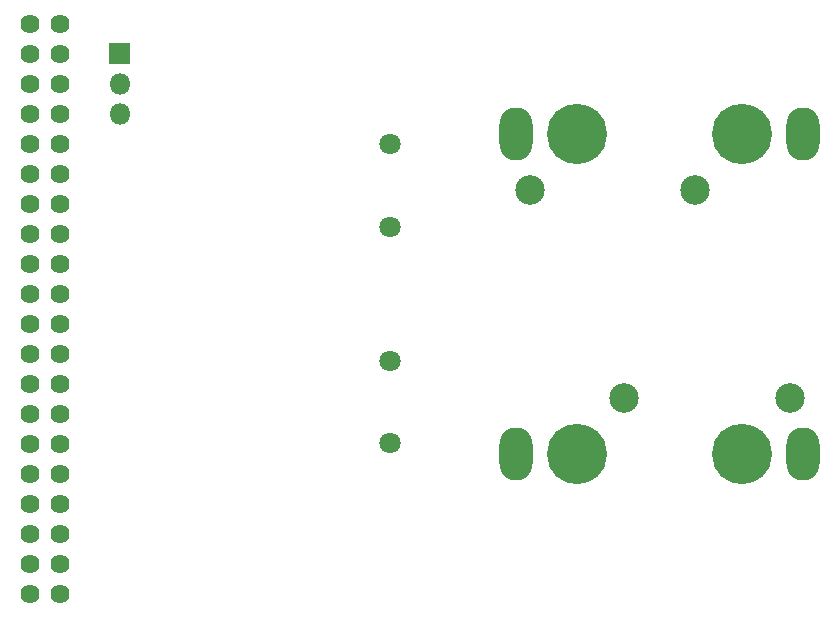
<source format=gbr>
%TF.GenerationSoftware,KiCad,Pcbnew,(5.1.10-1-10_14)*%
%TF.CreationDate,2021-10-26T14:16:26-07:00*%
%TF.ProjectId,adc,6164632e-6b69-4636-9164-5f7063625858,rev?*%
%TF.SameCoordinates,Original*%
%TF.FileFunction,Soldermask,Bot*%
%TF.FilePolarity,Negative*%
%FSLAX46Y46*%
G04 Gerber Fmt 4.6, Leading zero omitted, Abs format (unit mm)*
G04 Created by KiCad (PCBNEW (5.1.10-1-10_14)) date 2021-10-26 14:16:26*
%MOMM*%
%LPD*%
G01*
G04 APERTURE LIST*
%ADD10C,1.624000*%
%ADD11O,1.800000X1.800000*%
%ADD12C,1.800000*%
%ADD13O,2.800000X4.500000*%
%ADD14C,5.100000*%
%ADD15C,2.500000*%
G04 APERTURE END LIST*
D10*
%TO.C,J5*%
X140970000Y-27940000D03*
X143510000Y-27940000D03*
X140970000Y-30480000D03*
X143510000Y-30480000D03*
X140970000Y-33020000D03*
X143510000Y-33020000D03*
X140970000Y-35560000D03*
X143510000Y-35560000D03*
X140970000Y-38100000D03*
X143510000Y-38100000D03*
X140970000Y-40640000D03*
X143510000Y-40640000D03*
X140970000Y-43180000D03*
X143510000Y-43180000D03*
X140970000Y-45720000D03*
X143510000Y-45720000D03*
X140970000Y-48260000D03*
X143510000Y-48260000D03*
X140970000Y-50800000D03*
X143510000Y-50800000D03*
X140970000Y-53340000D03*
X143510000Y-53340000D03*
X140970000Y-55880000D03*
X143510000Y-55880000D03*
X140970000Y-58420000D03*
X143510000Y-58420000D03*
X140970000Y-60960000D03*
X143510000Y-60960000D03*
X140970000Y-63500000D03*
X143510000Y-63500000D03*
X140970000Y-66040000D03*
X143510000Y-66040000D03*
X140970000Y-68580000D03*
X143510000Y-68580000D03*
X140970000Y-71120000D03*
X143510000Y-71120000D03*
X140970000Y-73660000D03*
X143510000Y-73660000D03*
X140970000Y-76200000D03*
X143510000Y-76200000D03*
%TD*%
D11*
%TO.C,J8*%
X148590000Y-35560000D03*
X148590000Y-33020000D03*
G36*
G01*
X147690000Y-31330000D02*
X147690000Y-29630000D01*
G75*
G02*
X147740000Y-29580000I50000J0D01*
G01*
X149440000Y-29580000D01*
G75*
G02*
X149490000Y-29630000I0J-50000D01*
G01*
X149490000Y-31330000D01*
G75*
G02*
X149440000Y-31380000I-50000J0D01*
G01*
X147740000Y-31380000D01*
G75*
G02*
X147690000Y-31330000I0J50000D01*
G01*
G37*
%TD*%
D12*
%TO.C,J4*%
X171450000Y-45140000D03*
X171450000Y-38140000D03*
%TD*%
%TO.C,J3*%
X171450000Y-56460000D03*
X171450000Y-63460000D03*
%TD*%
D13*
%TO.C,J2*%
X182160000Y-37250000D03*
X206460000Y-37250000D03*
D14*
X187310000Y-37250000D03*
X201310000Y-37250000D03*
D15*
X183310000Y-42000000D03*
X197310000Y-42000000D03*
%TD*%
D13*
%TO.C,J1*%
X206460000Y-64350000D03*
X182160000Y-64350000D03*
D14*
X201310000Y-64350000D03*
X187310000Y-64350000D03*
D15*
X205310000Y-59600000D03*
X191310000Y-59600000D03*
%TD*%
M02*

</source>
